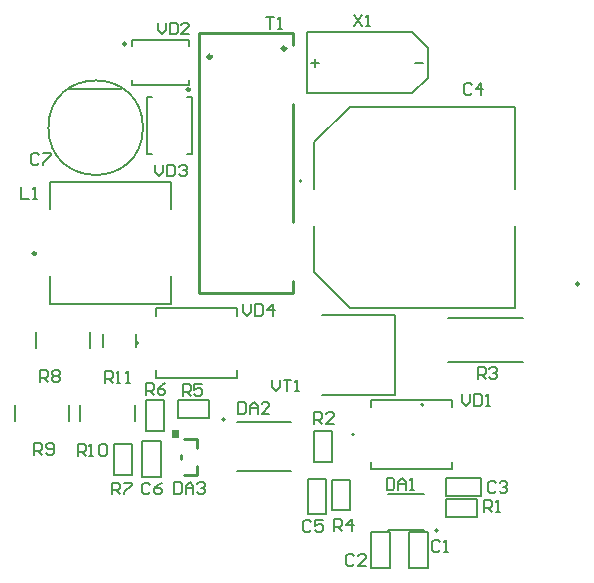
<source format=gto>
G04*
G04 #@! TF.GenerationSoftware,Altium Limited,Altium Designer,24.6.1 (21)*
G04*
G04 Layer_Color=65535*
%FSLAX44Y44*%
%MOMM*%
G71*
G04*
G04 #@! TF.SameCoordinates,443EAC24-2B67-40C4-A726-1E40DA2AE343*
G04*
G04*
G04 #@! TF.FilePolarity,Positive*
G04*
G01*
G75*
%ADD10C,0.2000*%
%ADD11C,0.2540*%
%ADD12C,0.2500*%
%ADD13C,0.3000*%
%ADD14C,0.1500*%
G36*
X-95710Y-117400D02*
X-89360D01*
Y-111050D01*
X-95710D01*
Y-117400D01*
D02*
G37*
D10*
X129500Y-196000D02*
G03*
X129500Y-196000I-1000J0D01*
G01*
X117500Y-89500D02*
G03*
X117500Y-89500I-1000J0D01*
G01*
X-123850Y-37290D02*
G03*
X-123850Y-37290I-1000J0D01*
G01*
X58650Y-114790D02*
G03*
X58650Y-114790I-1000J0D01*
G01*
X-50790Y-102140D02*
G03*
X-50790Y-102140I-1000J0D01*
G01*
X14500Y100000D02*
G03*
X14500Y100000I-1000J0D01*
G01*
X-78500Y122750D02*
Y170750D01*
X-116500Y122750D02*
Y170750D01*
X-83000D02*
X-78500D01*
X-83000Y122750D02*
X-78500D01*
X-116500Y170750D02*
X-112000D01*
X-116500Y122750D02*
X-112000D01*
X-129000Y219000D02*
X-81000D01*
X-129000Y181000D02*
X-81000D01*
X-129000Y214500D02*
Y219000D01*
X-81000Y214500D02*
Y219000D01*
X-129000Y181000D02*
Y185500D01*
X-81000Y181000D02*
Y185500D01*
X-144500Y-149000D02*
X-129500D01*
X-144500Y-123000D02*
X-129500D01*
X-144500Y-149000D02*
Y-123000D01*
X-129500Y-149000D02*
Y-123000D01*
X-117500Y-86000D02*
X-102500D01*
X-117500Y-112000D02*
X-102500D01*
Y-86000D01*
X-117500Y-112000D02*
Y-86000D01*
X-64250Y-101000D02*
Y-86000D01*
X-90250Y-101000D02*
Y-86000D01*
Y-101000D02*
X-64250D01*
X-90250Y-86000D02*
X-64250D01*
X40000Y-179000D02*
X55000D01*
X40000Y-153000D02*
X55000D01*
X40000Y-179000D02*
Y-153000D01*
X55000Y-179000D02*
Y-153000D01*
X25000Y-138000D02*
X40000D01*
X25000Y-112000D02*
X40000D01*
X25000Y-138000D02*
Y-112000D01*
X40000Y-138000D02*
Y-112000D01*
X163000Y-184500D02*
Y-169500D01*
X137000Y-184500D02*
Y-169500D01*
Y-184500D02*
X163000D01*
X137000Y-169500D02*
X163000D01*
X-198935Y-3935D02*
X-96065D01*
X-198935Y76015D02*
Y98935D01*
Y-3935D02*
Y18985D01*
Y98935D02*
X-96065D01*
Y76015D02*
Y98935D01*
Y-3935D02*
Y18985D01*
X-105000Y-150500D02*
Y-120500D01*
X-120500Y-150500D02*
Y-120500D01*
X-105000D01*
X-120500Y-150500D02*
X-105000D01*
X35250Y-182500D02*
Y-152500D01*
X19750Y-182500D02*
Y-152500D01*
X35250D01*
X19750Y-182500D02*
X35250D01*
X136250Y-151500D02*
X166250D01*
X136250Y-167000D02*
X166250D01*
X136250D02*
Y-151500D01*
X166250Y-167000D02*
Y-151500D01*
X89000Y-227750D02*
Y-197750D01*
X73500Y-227750D02*
Y-197750D01*
X89000D01*
X73500Y-227750D02*
X89000D01*
X121000D02*
Y-197750D01*
X105500Y-227750D02*
Y-197750D01*
X121000D01*
X105500Y-227750D02*
X121000D01*
X-175246Y-132998D02*
Y-123002D01*
X-170248D01*
X-168582Y-124668D01*
Y-128000D01*
X-170248Y-129666D01*
X-175246D01*
X-171914D02*
X-168582Y-132998D01*
X-165249D02*
X-161917D01*
X-163583D01*
Y-123002D01*
X-165249Y-124668D01*
X-156918D02*
X-155252Y-123002D01*
X-151920D01*
X-150254Y-124668D01*
Y-131332D01*
X-151920Y-132998D01*
X-155252D01*
X-156918Y-131332D01*
Y-124668D01*
X-212081Y-132248D02*
Y-122252D01*
X-207082D01*
X-205416Y-123918D01*
Y-127250D01*
X-207082Y-128916D01*
X-212081D01*
X-208748D02*
X-205416Y-132248D01*
X-202084Y-130582D02*
X-200418Y-132248D01*
X-197085D01*
X-195419Y-130582D01*
Y-123918D01*
X-197085Y-122252D01*
X-200418D01*
X-202084Y-123918D01*
Y-125584D01*
X-200418Y-127250D01*
X-195419D01*
X-207081Y-70498D02*
Y-60502D01*
X-202082D01*
X-200416Y-62168D01*
Y-65500D01*
X-202082Y-67166D01*
X-207081D01*
X-203748D02*
X-200416Y-70498D01*
X-197084Y-62168D02*
X-195418Y-60502D01*
X-192085D01*
X-190419Y-62168D01*
Y-63834D01*
X-192085Y-65500D01*
X-190419Y-67166D01*
Y-68832D01*
X-192085Y-70498D01*
X-195418D01*
X-197084Y-68832D01*
Y-67166D01*
X-195418Y-65500D01*
X-197084Y-63834D01*
Y-62168D01*
X-195418Y-65500D02*
X-192085D01*
X-15415Y238498D02*
X-8750D01*
X-12082D01*
Y228502D01*
X-5418D02*
X-2086D01*
X-3752D01*
Y238498D01*
X-5418Y236832D01*
X58586Y240748D02*
X65250Y230752D01*
Y240748D02*
X58586Y230752D01*
X68582D02*
X71915D01*
X70248D01*
Y240748D01*
X68582Y239082D01*
X-10913Y-68252D02*
Y-74916D01*
X-7581Y-78248D01*
X-4248Y-74916D01*
Y-68252D01*
X-916D02*
X5748D01*
X2416D01*
Y-78248D01*
X9081D02*
X12413D01*
X10747D01*
Y-68252D01*
X9081Y-69918D01*
X-35079Y-4502D02*
Y-11166D01*
X-31747Y-14498D01*
X-28414Y-11166D01*
Y-4502D01*
X-25082D02*
Y-14498D01*
X-20084D01*
X-18418Y-12832D01*
Y-6168D01*
X-20084Y-4502D01*
X-25082D01*
X-10087Y-14498D02*
Y-4502D01*
X-15086Y-9500D01*
X-8421D01*
X-109579Y113748D02*
Y107084D01*
X-106247Y103752D01*
X-102914Y107084D01*
Y113748D01*
X-99582D02*
Y103752D01*
X-94584D01*
X-92918Y105418D01*
Y112082D01*
X-94584Y113748D01*
X-99582D01*
X-89586Y112082D02*
X-87919Y113748D01*
X-84587D01*
X-82921Y112082D01*
Y110416D01*
X-84587Y108750D01*
X-86253D01*
X-84587D01*
X-82921Y107084D01*
Y105418D01*
X-84587Y103752D01*
X-87919D01*
X-89586Y105418D01*
X-107329Y233998D02*
Y227334D01*
X-103997Y224002D01*
X-100665Y227334D01*
Y233998D01*
X-97332D02*
Y224002D01*
X-92334D01*
X-90668Y225668D01*
Y232332D01*
X-92334Y233998D01*
X-97332D01*
X-80671Y224002D02*
X-87336D01*
X-80671Y230666D01*
Y232332D01*
X-82337Y233998D01*
X-85669D01*
X-87336Y232332D01*
X150587Y-80502D02*
Y-87166D01*
X153919Y-90498D01*
X157252Y-87166D01*
Y-80502D01*
X160584D02*
Y-90498D01*
X165582D01*
X167248Y-88832D01*
Y-82168D01*
X165582Y-80502D01*
X160584D01*
X170581Y-90498D02*
X173913D01*
X172247D01*
Y-80502D01*
X170581Y-82168D01*
X-152330Y-71248D02*
Y-61252D01*
X-147331D01*
X-145665Y-62918D01*
Y-66250D01*
X-147331Y-67916D01*
X-152330D01*
X-148998D02*
X-145665Y-71248D01*
X-142333D02*
X-139001D01*
X-140667D01*
Y-61252D01*
X-142333Y-62918D01*
X-134002Y-71248D02*
X-130670D01*
X-132336D01*
Y-61252D01*
X-134002Y-62918D01*
X-145831Y-165498D02*
Y-155502D01*
X-140832D01*
X-139166Y-157168D01*
Y-160500D01*
X-140832Y-162166D01*
X-145831D01*
X-142498D02*
X-139166Y-165498D01*
X-135834Y-155502D02*
X-129169D01*
Y-157168D01*
X-135834Y-163832D01*
Y-165498D01*
X-117581Y-81248D02*
Y-71252D01*
X-112582D01*
X-110916Y-72918D01*
Y-76250D01*
X-112582Y-77916D01*
X-117581D01*
X-114248D02*
X-110916Y-81248D01*
X-100919Y-71252D02*
X-104252Y-72918D01*
X-107584Y-76250D01*
Y-79582D01*
X-105918Y-81248D01*
X-102585D01*
X-100919Y-79582D01*
Y-77916D01*
X-102585Y-76250D01*
X-107584D01*
X-86331Y-82248D02*
Y-72252D01*
X-81332D01*
X-79666Y-73918D01*
Y-77250D01*
X-81332Y-78916D01*
X-86331D01*
X-82998D02*
X-79666Y-82248D01*
X-69669Y-72252D02*
X-76334D01*
Y-77250D01*
X-73002Y-75584D01*
X-71336D01*
X-69669Y-77250D01*
Y-80582D01*
X-71336Y-82248D01*
X-74668D01*
X-76334Y-80582D01*
X41669Y-196498D02*
Y-186502D01*
X46668D01*
X48334Y-188168D01*
Y-191500D01*
X46668Y-193166D01*
X41669D01*
X45002D02*
X48334Y-196498D01*
X56665D02*
Y-186502D01*
X51666Y-191500D01*
X58331D01*
X163419Y-67748D02*
Y-57752D01*
X168418D01*
X170084Y-59418D01*
Y-62750D01*
X168418Y-64416D01*
X163419D01*
X166752D02*
X170084Y-67748D01*
X173416Y-59418D02*
X175082Y-57752D01*
X178414D01*
X180081Y-59418D01*
Y-61084D01*
X178414Y-62750D01*
X176748D01*
X178414D01*
X180081Y-64416D01*
Y-66082D01*
X178414Y-67748D01*
X175082D01*
X173416Y-66082D01*
X25169Y-105748D02*
Y-95752D01*
X30168D01*
X31834Y-97418D01*
Y-100750D01*
X30168Y-102416D01*
X25169D01*
X28502D02*
X31834Y-105748D01*
X41831D02*
X35166D01*
X41831Y-99084D01*
Y-97418D01*
X40164Y-95752D01*
X36832D01*
X35166Y-97418D01*
X168836Y-179998D02*
Y-170002D01*
X173834D01*
X175500Y-171668D01*
Y-175000D01*
X173834Y-176666D01*
X168836D01*
X172168D02*
X175500Y-179998D01*
X178832D02*
X182164D01*
X180498D01*
Y-170002D01*
X178832Y-171668D01*
X-223414Y94998D02*
Y85002D01*
X-216750D01*
X-213418D02*
X-210086D01*
X-211752D01*
Y94998D01*
X-213418Y93332D01*
X-93829Y-155002D02*
Y-164998D01*
X-88831D01*
X-87164Y-163332D01*
Y-156668D01*
X-88831Y-155002D01*
X-93829D01*
X-83832Y-164998D02*
Y-158334D01*
X-80500Y-155002D01*
X-77168Y-158334D01*
Y-164998D01*
Y-160000D01*
X-83832D01*
X-73836Y-156668D02*
X-72169Y-155002D01*
X-68837D01*
X-67171Y-156668D01*
Y-158334D01*
X-68837Y-160000D01*
X-70503D01*
X-68837D01*
X-67171Y-161666D01*
Y-163332D01*
X-68837Y-164998D01*
X-72169D01*
X-73836Y-163332D01*
X-39579Y-87502D02*
Y-97498D01*
X-34581D01*
X-32915Y-95832D01*
Y-89168D01*
X-34581Y-87502D01*
X-39579D01*
X-29582Y-97498D02*
Y-90834D01*
X-26250Y-87502D01*
X-22918Y-90834D01*
Y-97498D01*
Y-92500D01*
X-29582D01*
X-12921Y-97498D02*
X-19585D01*
X-12921Y-90834D01*
Y-89168D01*
X-14587Y-87502D01*
X-17919D01*
X-19585Y-89168D01*
X86337Y-151752D02*
Y-161748D01*
X91335D01*
X93002Y-160082D01*
Y-153418D01*
X91335Y-151752D01*
X86337D01*
X96334Y-161748D02*
Y-155084D01*
X99666Y-151752D01*
X102998Y-155084D01*
Y-161748D01*
Y-156750D01*
X96334D01*
X106331Y-161748D02*
X109663D01*
X107997D01*
Y-151752D01*
X106331Y-153418D01*
X-207666Y121832D02*
X-209332Y123498D01*
X-212665D01*
X-214331Y121832D01*
Y115168D01*
X-212665Y113502D01*
X-209332D01*
X-207666Y115168D01*
X-204334Y123498D02*
X-197669D01*
Y121832D01*
X-204334Y115168D01*
Y113502D01*
X-113916Y-157168D02*
X-115582Y-155502D01*
X-118914D01*
X-120581Y-157168D01*
Y-163832D01*
X-118914Y-165498D01*
X-115582D01*
X-113916Y-163832D01*
X-103919Y-155502D02*
X-107252Y-157168D01*
X-110584Y-160500D01*
Y-163832D01*
X-108918Y-165498D01*
X-105585D01*
X-103919Y-163832D01*
Y-162166D01*
X-105585Y-160500D01*
X-110584D01*
X22084Y-188918D02*
X20418Y-187252D01*
X17085D01*
X15419Y-188918D01*
Y-195582D01*
X17085Y-197248D01*
X20418D01*
X22084Y-195582D01*
X32081Y-187252D02*
X25416D01*
Y-192250D01*
X28748Y-190584D01*
X30415D01*
X32081Y-192250D01*
Y-195582D01*
X30415Y-197248D01*
X27082D01*
X25416Y-195582D01*
X158334Y180832D02*
X156668Y182498D01*
X153336D01*
X151669Y180832D01*
Y174168D01*
X153336Y172502D01*
X156668D01*
X158334Y174168D01*
X166665Y172502D02*
Y182498D01*
X161666Y177500D01*
X168331D01*
X178584Y-155668D02*
X176918Y-154002D01*
X173585D01*
X171919Y-155668D01*
Y-162332D01*
X173585Y-163998D01*
X176918D01*
X178584Y-162332D01*
X181916Y-155668D02*
X183582Y-154002D01*
X186915D01*
X188581Y-155668D01*
Y-157334D01*
X186915Y-159000D01*
X185248D01*
X186915D01*
X188581Y-160666D01*
Y-162332D01*
X186915Y-163998D01*
X183582D01*
X181916Y-162332D01*
X58584Y-217668D02*
X56918Y-216002D01*
X53586D01*
X51919Y-217668D01*
Y-224332D01*
X53586Y-225998D01*
X56918D01*
X58584Y-224332D01*
X68581Y-225998D02*
X61916D01*
X68581Y-219334D01*
Y-217668D01*
X66915Y-216002D01*
X63582D01*
X61916Y-217668D01*
X131250Y-205668D02*
X129584Y-204002D01*
X126252D01*
X124586Y-205668D01*
Y-212332D01*
X126252Y-213998D01*
X129584D01*
X131250Y-212332D01*
X134582Y-213998D02*
X137914D01*
X136248D01*
Y-204002D01*
X134582Y-205668D01*
D11*
X-210750Y38300D02*
G03*
X-210750Y38300I-1250J0D01*
G01*
X249250Y12700D02*
G03*
X249250Y12700I-1250J0D01*
G01*
X7500Y65000D02*
Y165000D01*
Y215000D02*
Y225000D01*
X-72500D02*
X7500D01*
X-72500Y5000D02*
Y225000D01*
Y5000D02*
X7500D01*
Y15000D01*
X-74580Y-125975D02*
Y-118225D01*
Y-149225D02*
Y-141475D01*
X-87360Y-135725D02*
Y-131725D01*
X-85610Y-118225D02*
X-74580D01*
X-85360Y-149225D02*
X-74580D01*
D12*
X-80250Y177250D02*
G03*
X-80250Y177250I-1250J0D01*
G01*
X-134250Y216000D02*
G03*
X-134250Y216000I-1250J0D01*
G01*
D13*
X-62000Y205000D02*
G03*
X-62000Y205000I-1500J0D01*
G01*
X1000Y212000D02*
G03*
X1000Y212000I-1500J0D01*
G01*
D14*
X-120000Y145000D02*
G03*
X-120000Y145000I-40000J0D01*
G01*
X87250Y-164750D02*
X117750D01*
X87250Y-195250D02*
X117750D01*
X110640Y200000D02*
X116990D01*
X22000D02*
X29000D01*
X25550Y196500D02*
Y203500D01*
X19000Y226000D02*
X108100D01*
X121000Y212700D01*
Y187300D02*
Y212700D01*
X108100Y174000D02*
X121000Y187300D01*
X19000Y174000D02*
X108100D01*
X19000D02*
Y226000D01*
X31570Y-81200D02*
X93780D01*
X31570Y-13800D02*
X93780D01*
Y-81200D02*
Y-13800D01*
X-109225Y-14290D02*
Y-7790D01*
Y-66790D02*
Y-60290D01*
X-40475Y-14290D02*
Y-7790D01*
Y-66790D02*
Y-60290D01*
X-109225Y-66790D02*
X-40475D01*
X-109225Y-7790D02*
X-40475D01*
X73275Y-91790D02*
Y-85290D01*
Y-144290D02*
Y-137790D01*
X142025Y-91790D02*
Y-85290D01*
Y-144290D02*
Y-137790D01*
X73275Y-144290D02*
X142025D01*
X73275Y-85290D02*
X142025D01*
X-126200Y-40400D02*
Y-29600D01*
X-153800Y-40400D02*
Y-29600D01*
X-173000Y-103250D02*
Y-89750D01*
X-127000Y-103250D02*
Y-89750D01*
X-182250Y-103250D02*
Y-89750D01*
X-228250Y-103250D02*
Y-89750D01*
X-164500Y-41750D02*
Y-28250D01*
X-210500Y-41750D02*
Y-28250D01*
X138500Y-16350D02*
X201500D01*
X138500Y-53650D02*
X201500D01*
X-40500Y-145750D02*
X5500D01*
X-40500Y-104250D02*
X5500D01*
X-181590Y178020D02*
X-138410D01*
X25000Y132500D02*
X55000Y162500D01*
X25000Y93200D02*
Y132500D01*
X55000Y162500D02*
X195000D01*
X25000Y22500D02*
X55000Y-7500D01*
X195000D01*
X25000Y22500D02*
Y61800D01*
X195000Y93200D02*
Y162500D01*
Y-7500D02*
Y61800D01*
M02*

</source>
